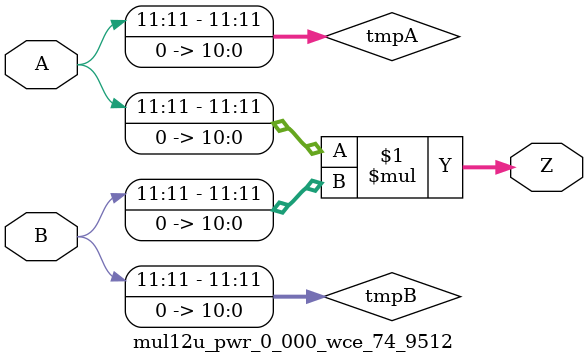
<source format=v>
/***
* This code is a part of ApproxLib library (ehw.fit.vutbr.cz/approxlib) distributed under a XXXX public license.
* When used, please cite the following article: tbd 
* This file is pareto optimal sub-set in the pwr and wce parameters
***/

//Behavioral model of 12-bit Truncated Multiplier
//Truncated bits: 11

module mul12u_pwr_0_000_wce_74_9512(
	A, 
	B,
	Z
);

input [12-1:0] A;
input [12-1:0] B;
output [2*12-1:0] Z;

wire [12-1:0] tmpA;
wire [12-1:0] tmpB;
assign tmpA = {A[12-1:11],{11{1'b0}}};
assign tmpB = {B[12-1:11],{11{1'b0}}};
assign Z = tmpA * tmpB;
endmodule


// internal reference: truncation-tm.12.mul12u_pwr_0_000_wce_74_9512


</source>
